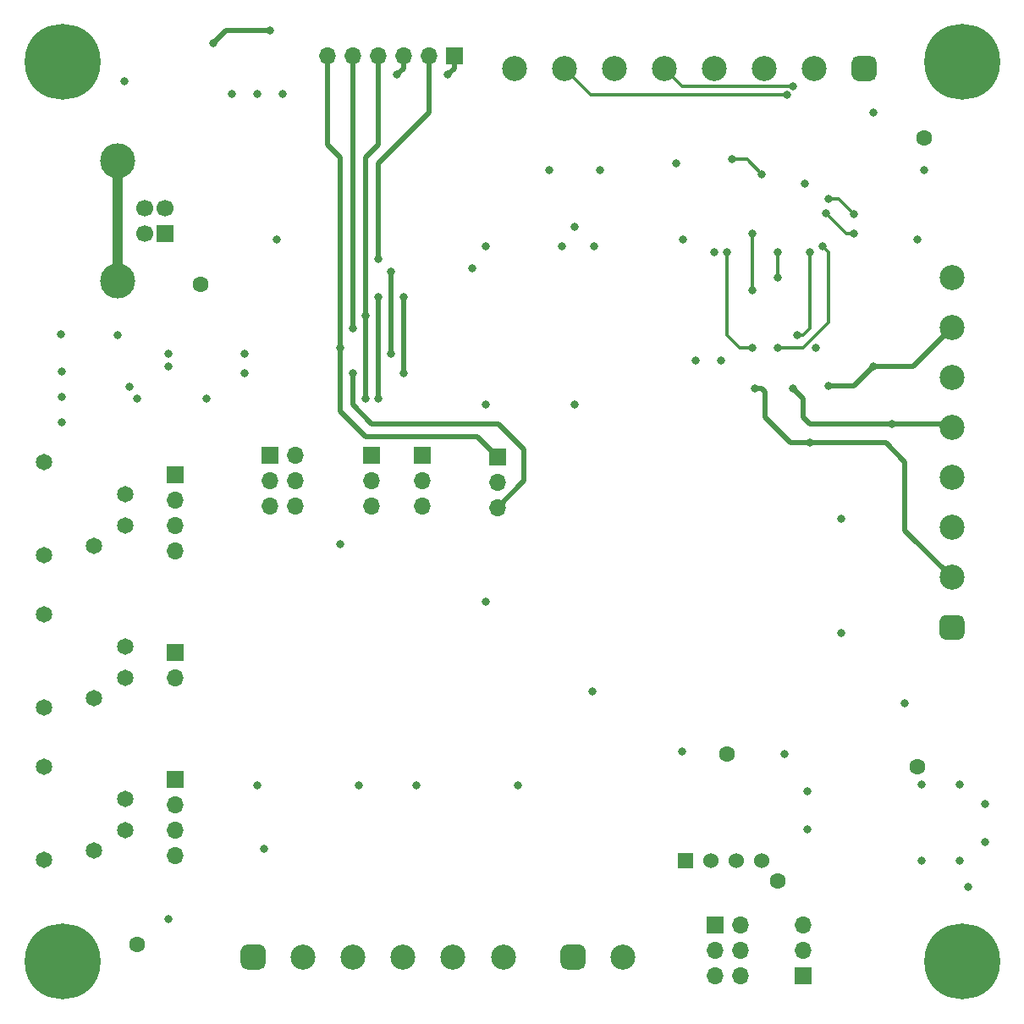
<source format=gbr>
From bba37096f7589cd58b495422dcd736b719e5136e Mon Sep 17 00:00:00 2001
From: Vasile Vilvoiu <vasi.vilvoiu@gmail.com>
Date: Mon, 23 Nov 2020 23:27:08 +0200
Subject: Added rev 0 schematic and gerber files

---
 revisions/0/gerber/catahack-B_Cu.gbr | 565 +++++++++++++++++++++++++++++++++++
 1 file changed, 565 insertions(+)
 create mode 100644 revisions/0/gerber/catahack-B_Cu.gbr

(limited to 'revisions/0/gerber/catahack-B_Cu.gbr')

diff --git a/revisions/0/gerber/catahack-B_Cu.gbr b/revisions/0/gerber/catahack-B_Cu.gbr
new file mode 100644
index 0000000..b3f9685
--- /dev/null
+++ b/revisions/0/gerber/catahack-B_Cu.gbr
@@ -0,0 +1,565 @@
+G04 #@! TF.GenerationSoftware,KiCad,Pcbnew,5.1.8*
+G04 #@! TF.CreationDate,2020-11-23T23:25:53+02:00*
+G04 #@! TF.ProjectId,catahack,63617461-6861-4636-9b2e-6b696361645f,0*
+G04 #@! TF.SameCoordinates,Original*
+G04 #@! TF.FileFunction,Copper,L4,Bot*
+G04 #@! TF.FilePolarity,Positive*
+%FSLAX46Y46*%
+G04 Gerber Fmt 4.6, Leading zero omitted, Abs format (unit mm)*
+G04 Created by KiCad (PCBNEW 5.1.8) date 2020-11-23 23:25:53*
+%MOMM*%
+%LPD*%
+G01*
+G04 APERTURE LIST*
+G04 #@! TA.AperFunction,ComponentPad*
+%ADD10C,2.500000*%
+G04 #@! TD*
+G04 #@! TA.AperFunction,ComponentPad*
+%ADD11C,7.600000*%
+G04 #@! TD*
+G04 #@! TA.AperFunction,ComponentPad*
+%ADD12R,1.700000X1.700000*%
+G04 #@! TD*
+G04 #@! TA.AperFunction,ComponentPad*
+%ADD13O,1.700000X1.700000*%
+G04 #@! TD*
+G04 #@! TA.AperFunction,ComponentPad*
+%ADD14R,1.524000X1.524000*%
+G04 #@! TD*
+G04 #@! TA.AperFunction,ComponentPad*
+%ADD15C,1.524000*%
+G04 #@! TD*
+G04 #@! TA.AperFunction,ComponentPad*
+%ADD16C,1.650000*%
+G04 #@! TD*
+G04 #@! TA.AperFunction,ComponentPad*
+%ADD17C,1.700000*%
+G04 #@! TD*
+G04 #@! TA.AperFunction,ComponentPad*
+%ADD18C,3.500000*%
+G04 #@! TD*
+G04 #@! TA.AperFunction,ViaPad*
+%ADD19C,0.800000*%
+G04 #@! TD*
+G04 #@! TA.AperFunction,ViaPad*
+%ADD20C,1.600000*%
+G04 #@! TD*
+G04 #@! TA.AperFunction,Conductor*
+%ADD21C,0.500000*%
+G04 #@! TD*
+G04 #@! TA.AperFunction,Conductor*
+%ADD22C,0.300000*%
+G04 #@! TD*
+G04 #@! TA.AperFunction,Conductor*
+%ADD23C,1.000000*%
+G04 #@! TD*
+G04 APERTURE END LIST*
+G04 #@! TA.AperFunction,ComponentPad*
+G36*
+G01*
+X47845000Y-130165000D02*
+X47845000Y-128915000D01*
+G75*
+G02*
+X48470000Y-128290000I625000J0D01*
+G01*
+X49720000Y-128290000D01*
+G75*
+G02*
+X50345000Y-128915000I0J-625000D01*
+G01*
+X50345000Y-130165000D01*
+G75*
+G02*
+X49720000Y-130790000I-625000J0D01*
+G01*
+X48470000Y-130790000D01*
+G75*
+G02*
+X47845000Y-130165000I0J625000D01*
+G01*
+G37*
+G04 #@! TD.AperFunction*
+D10*
+X54095000Y-129540000D03*
+X59095000Y-129540000D03*
+X64095000Y-129540000D03*
+X69095000Y-129540000D03*
+X74095000Y-129540000D03*
+D11*
+X120000000Y-130000000D03*
+X120000000Y-40000000D03*
+X30000000Y-130000000D03*
+X30000000Y-40000000D03*
+D12*
+X50800000Y-79375000D03*
+D13*
+X53340000Y-79375000D03*
+X50800000Y-81915000D03*
+X53340000Y-81915000D03*
+X50800000Y-84455000D03*
+X53340000Y-84455000D03*
+D14*
+X92315000Y-119925000D03*
+D15*
+X94855000Y-119925000D03*
+X97395000Y-119925000D03*
+X99935000Y-119925000D03*
+D12*
+X66040000Y-79375000D03*
+D13*
+X66040000Y-81915000D03*
+X66040000Y-84455000D03*
+X41275000Y-101600000D03*
+D12*
+X41275000Y-99060000D03*
+D13*
+X41275000Y-88900000D03*
+X41275000Y-86360000D03*
+X41275000Y-83820000D03*
+D12*
+X41275000Y-81280000D03*
+X41275000Y-111760000D03*
+D13*
+X41275000Y-114300000D03*
+X41275000Y-116840000D03*
+X41275000Y-119380000D03*
+G04 #@! TA.AperFunction,ComponentPad*
+G36*
+G01*
+X79850000Y-130165000D02*
+X79850000Y-128915000D01*
+G75*
+G02*
+X80475000Y-128290000I625000J0D01*
+G01*
+X81725000Y-128290000D01*
+G75*
+G02*
+X82350000Y-128915000I0J-625000D01*
+G01*
+X82350000Y-130165000D01*
+G75*
+G02*
+X81725000Y-130790000I-625000J0D01*
+G01*
+X80475000Y-130790000D01*
+G75*
+G02*
+X79850000Y-130165000I0J625000D01*
+G01*
+G37*
+G04 #@! TD.AperFunction*
+D10*
+X86100000Y-129540000D03*
+D13*
+X73533000Y-84582000D03*
+X73533000Y-82042000D03*
+D12*
+X73533000Y-79502000D03*
+X69215000Y-39370000D03*
+D13*
+X66675000Y-39370000D03*
+X64135000Y-39370000D03*
+X61595000Y-39370000D03*
+X59055000Y-39370000D03*
+X56515000Y-39370000D03*
+D12*
+X104140000Y-131445000D03*
+D13*
+X104140000Y-128905000D03*
+X104140000Y-126365000D03*
+D10*
+X75210000Y-40640000D03*
+X80210000Y-40640000D03*
+X85210000Y-40640000D03*
+X90210000Y-40640000D03*
+X95210000Y-40640000D03*
+X100210000Y-40640000D03*
+X105210000Y-40640000D03*
+G04 #@! TA.AperFunction,ComponentPad*
+G36*
+G01*
+X111460000Y-40015000D02*
+X111460000Y-41265000D01*
+G75*
+G02*
+X110835000Y-41890000I-625000J0D01*
+G01*
+X109585000Y-41890000D01*
+G75*
+G02*
+X108960000Y-41265000I0J625000D01*
+G01*
+X108960000Y-40015000D01*
+G75*
+G02*
+X109585000Y-39390000I625000J0D01*
+G01*
+X110835000Y-39390000D01*
+G75*
+G02*
+X111460000Y-40015000I0J-625000D01*
+G01*
+G37*
+G04 #@! TD.AperFunction*
+G04 #@! TA.AperFunction,ComponentPad*
+G36*
+G01*
+X119625000Y-97815000D02*
+X118375000Y-97815000D01*
+G75*
+G02*
+X117750000Y-97190000I0J625000D01*
+G01*
+X117750000Y-95940000D01*
+G75*
+G02*
+X118375000Y-95315000I625000J0D01*
+G01*
+X119625000Y-95315000D01*
+G75*
+G02*
+X120250000Y-95940000I0J-625000D01*
+G01*
+X120250000Y-97190000D01*
+G75*
+G02*
+X119625000Y-97815000I-625000J0D01*
+G01*
+G37*
+G04 #@! TD.AperFunction*
+X119000000Y-91565000D03*
+X119000000Y-86565000D03*
+X119000000Y-81565000D03*
+X119000000Y-76565000D03*
+X119000000Y-71565000D03*
+X119000000Y-66565000D03*
+X119000000Y-61565000D03*
+D13*
+X97820000Y-131445000D03*
+X95280000Y-131445000D03*
+X97820000Y-128905000D03*
+X95280000Y-128905000D03*
+X97820000Y-126365000D03*
+D12*
+X95280000Y-126365000D03*
+D16*
+X36294000Y-86410000D03*
+X28194000Y-89310000D03*
+X36294000Y-83210000D03*
+X33194000Y-88410000D03*
+X28194000Y-80010000D03*
+X36294000Y-101650000D03*
+X28194000Y-104550000D03*
+X36294000Y-98450000D03*
+X33194000Y-103650000D03*
+X28194000Y-95250000D03*
+X36294000Y-116890000D03*
+X28194000Y-119790000D03*
+X36294000Y-113690000D03*
+X33194000Y-118890000D03*
+X28194000Y-110490000D03*
+D12*
+X40259000Y-57150000D03*
+D17*
+X40259000Y-54650000D03*
+X38259000Y-54650000D03*
+X38259000Y-57150000D03*
+D18*
+X35549000Y-61920000D03*
+X35549000Y-49880000D03*
+D12*
+X60960000Y-79375000D03*
+D13*
+X60960000Y-81915000D03*
+X60960000Y-84455000D03*
+D19*
+X46990000Y-43180000D03*
+X49530000Y-43180000D03*
+X52070000Y-43180000D03*
+X63500000Y-41275000D03*
+X72390000Y-58420000D03*
+X51435000Y-57785000D03*
+X44450000Y-73660000D03*
+D20*
+X43815000Y-62230000D03*
+D19*
+X36703000Y-72517000D03*
+D20*
+X96520000Y-109220000D03*
+D19*
+X29972000Y-73533000D03*
+X29972000Y-76073000D03*
+X29972000Y-70993000D03*
+X48260000Y-71120000D03*
+X48260000Y-69215000D03*
+X37465000Y-73660000D03*
+X36195000Y-41910000D03*
+X72390000Y-74295000D03*
+X83000000Y-103000000D03*
+X92000000Y-109000000D03*
+X68580000Y-41275000D03*
+X71000000Y-60635000D03*
+X40640000Y-70485000D03*
+X35560000Y-67310000D03*
+X29845000Y-67246501D03*
+X40640000Y-69215000D03*
+X107950000Y-97155000D03*
+X50165000Y-118745000D03*
+X114300000Y-104140000D03*
+X81280000Y-74295000D03*
+X95885000Y-69850000D03*
+X105410000Y-68580000D03*
+X111125000Y-45085000D03*
+X80010000Y-58420000D03*
+X95250000Y-59055000D03*
+X91440000Y-50165000D03*
+X92075000Y-57785000D03*
+X119745000Y-112320000D03*
+X115935000Y-119940000D03*
+X122285000Y-118035000D03*
+X122285000Y-114225000D03*
+X115935000Y-112320000D03*
+X119745000Y-119940000D03*
+X104505000Y-112955000D03*
+X104505000Y-116765000D03*
+X102235000Y-109220000D03*
+X81280000Y-56515000D03*
+X107950000Y-85725000D03*
+X78740000Y-50800000D03*
+X104276905Y-52131774D03*
+X120650000Y-122555000D03*
+X49530000Y-112395000D03*
+X59690000Y-112395000D03*
+X65405000Y-112395000D03*
+X75565000Y-112395000D03*
+X40640000Y-125730000D03*
+X115570000Y-57785000D03*
+X116205000Y-50800000D03*
+D20*
+X115570000Y-110490000D03*
+X37465000Y-128270000D03*
+X116205000Y-47625000D03*
+D19*
+X97000000Y-49734999D03*
+X100000000Y-51234999D03*
+X45085000Y-38100000D03*
+X50800000Y-36830000D03*
+X93345000Y-69850000D03*
+X83185000Y-58420000D03*
+X83820000Y-50800000D03*
+D20*
+X101600000Y-121920000D03*
+D19*
+X61595000Y-59690000D03*
+X60325000Y-73660000D03*
+X60325000Y-65405000D03*
+X59055000Y-66675000D03*
+X57785000Y-68580000D03*
+X62865000Y-60960000D03*
+X62865000Y-69215000D03*
+X59055000Y-71120000D03*
+X64135000Y-71120000D03*
+X64135000Y-63500000D03*
+X99314000Y-72644000D03*
+X104775000Y-78105000D03*
+X103124000Y-72644000D03*
+X113030000Y-76200000D03*
+X106680000Y-72390000D03*
+X111125000Y-70485000D03*
+X102541582Y-43254415D03*
+X106616500Y-53721000D03*
+X109220000Y-55245000D03*
+X106426000Y-55118000D03*
+X103124000Y-42418000D03*
+X109220000Y-57150000D03*
+X72390000Y-93980000D03*
+X57785000Y-88265000D03*
+X61595000Y-73660000D03*
+X61595000Y-63500000D03*
+X99060000Y-68580000D03*
+X96520000Y-59055000D03*
+X103505000Y-67310000D03*
+X104775000Y-59055000D03*
+X101600000Y-68580000D03*
+X106045000Y-58420000D03*
+X99060000Y-57150000D03*
+X99060000Y-62865000D03*
+X101600000Y-59055000D03*
+X101600000Y-61595000D03*
+D21*
+X64135000Y-39370000D02*
+X64135000Y-40640000D01*
+X64135000Y-40640000D02*
+X63500000Y-41275000D01*
+X69215000Y-39370000D02*
+X69215000Y-40640000D01*
+X69215000Y-40640000D02*
+X68580000Y-41275000D01*
+D22*
+X97000000Y-49734999D02*
+X98500000Y-49734999D01*
+X98500000Y-49734999D02*
+X100000000Y-51234999D01*
+D21*
+X45085000Y-38100000D02*
+X46355000Y-36830000D01*
+X46355000Y-36830000D02*
+X50800000Y-36830000D01*
+D23*
+X35549000Y-52354873D02*
+X35549000Y-61920000D01*
+X35549000Y-49880000D02*
+X35549000Y-52354873D01*
+D21*
+X66675000Y-45085000D02*
+X66675000Y-39370000D01*
+X61595000Y-50165000D02*
+X66675000Y-45085000D01*
+X61595000Y-50165000D02*
+X61595000Y-59690000D01*
+X61595000Y-48260000D02*
+X61595000Y-39370000D01*
+X60325000Y-49530000D02*
+X61595000Y-48260000D01*
+X60325000Y-66040000D02*
+X60325000Y-73660000D01*
+X60325000Y-65405000D02*
+X60325000Y-66040000D01*
+X60325000Y-49530000D02*
+X60325000Y-65405000D01*
+X59055000Y-39370000D02*
+X59055000Y-66040000D01*
+X59055000Y-66040000D02*
+X59055000Y-66675000D01*
+X56515000Y-48260000D02*
+X56515000Y-39370000D01*
+X57785000Y-49530000D02*
+X56515000Y-48260000D01*
+X57785000Y-74930000D02*
+X60325000Y-77470000D01*
+X60325000Y-77470000D02*
+X71501000Y-77470000D01*
+X71501000Y-77470000D02*
+X73533000Y-79502000D01*
+X57785000Y-49530000D02*
+X57785000Y-68580000D01*
+X57785000Y-74930000D02*
+X57785000Y-68580000D01*
+X62865000Y-69215000D02*
+X62865000Y-60960000D01*
+X76200000Y-78740000D02*
+X76200000Y-81915000D01*
+X76200000Y-81915000D02*
+X73533000Y-84582000D01*
+X73660000Y-76200000D02*
+X76200000Y-78740000D01*
+X63500000Y-76200000D02*
+X60960000Y-76200000D01*
+X63500000Y-76200000D02*
+X73660000Y-76200000D01*
+X62865000Y-76200000D02*
+X63500000Y-76200000D01*
+X60960000Y-76200000D02*
+X59055000Y-74295000D01*
+X59055000Y-74295000D02*
+X59055000Y-71120000D01*
+X64135000Y-71120000D02*
+X64135000Y-63500000D01*
+X100330000Y-73025000D02*
+X100330000Y-75565000D01*
+X99314000Y-72644000D02*
+X99949000Y-72644000D01*
+X100330000Y-75565000D02*
+X102870000Y-78105000D01*
+X99949000Y-72644000D02*
+X100330000Y-73025000D01*
+X102870000Y-78105000D02*
+X104775000Y-78105000D01*
+X104775000Y-78105000D02*
+X104775000Y-78105000D01*
+X104775000Y-78105000D02*
+X112395000Y-78105000D01*
+X112395000Y-78105000D02*
+X114300000Y-80010000D01*
+X114300000Y-86865000D02*
+X119000000Y-91565000D01*
+X114300000Y-80010000D02*
+X114300000Y-86865000D01*
+X104140000Y-75565000D02*
+X104775000Y-76200000D01*
+X103124000Y-72644000D02*
+X104140000Y-73660000D01*
+X104140000Y-73660000D02*
+X104140000Y-75565000D01*
+X104775000Y-76200000D02*
+X113030000Y-76200000D01*
+X113030000Y-76200000D02*
+X113030000Y-76200000D01*
+X118635000Y-76200000D02*
+X119000000Y-76565000D01*
+X113030000Y-76200000D02*
+X118635000Y-76200000D01*
+X106680000Y-72390000D02*
+X109220000Y-72390000D01*
+X109220000Y-72390000D02*
+X111125000Y-70485000D01*
+X111125000Y-70485000D02*
+X111125000Y-70485000D01*
+X115080000Y-70485000D02*
+X119000000Y-66565000D01*
+X111125000Y-70485000D02*
+X115080000Y-70485000D01*
+D22*
+X82824415Y-43254415D02*
+X80210000Y-40640000D01*
+X102541582Y-43254415D02*
+X82824415Y-43254415D01*
+X107696000Y-53721000D02*
+X106616500Y-53721000D01*
+X109220000Y-55245000D02*
+X107696000Y-53721000D01*
+X91459999Y-41889999D02*
+X90210000Y-40640000D01*
+X91974414Y-42404414D02*
+X91459999Y-41889999D01*
+X102949583Y-42404414D02*
+X91974414Y-42404414D01*
+X102963169Y-42418000D02*
+X102949583Y-42404414D01*
+X103124000Y-42418000D02*
+X102963169Y-42418000D01*
+X108458000Y-57150000D02*
+X106426000Y-55118000D01*
+X109220000Y-57150000D02*
+X108458000Y-57150000D01*
+D21*
+X61595000Y-73660000D02*
+X61595000Y-63500000D01*
+D22*
+X99060000Y-68580000D02*
+X97790000Y-68580000D01*
+X97790000Y-68580000D02*
+X96520000Y-67310000D01*
+X96520000Y-67310000D02*
+X96520000Y-59055000D01*
+X104775000Y-66675000D02*
+X104775000Y-59055000D01*
+X104140000Y-67310000D02*
+X104775000Y-66675000D01*
+X103505000Y-67310000D02*
+X104140000Y-67310000D01*
+X101600000Y-68580000D02*
+X104140000Y-68580000D01*
+X106680000Y-59055000D02*
+X106045000Y-58420000D01*
+X104140000Y-68580000D02*
+X106680000Y-66040000D01*
+X106680000Y-66040000D02*
+X106680000Y-59055000D01*
+X99060000Y-57150000D02*
+X99060000Y-62865000D01*
+X101600000Y-59055000D02*
+X101600000Y-61595000D01*
+M02*
-- 
cgit v1.2.3


</source>
